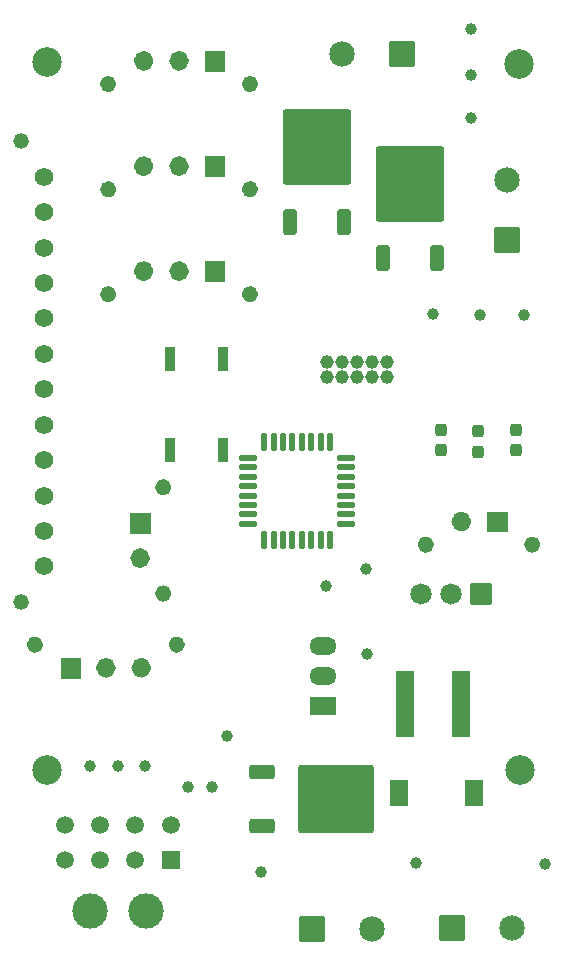
<source format=gbr>
%TF.GenerationSoftware,KiCad,Pcbnew,9.0.0*%
%TF.CreationDate,2025-03-23T00:24:25-05:00*%
%TF.ProjectId,WaterBlasterV2,57617465-7242-46c6-9173-74657256322e,rev?*%
%TF.SameCoordinates,Original*%
%TF.FileFunction,Soldermask,Top*%
%TF.FilePolarity,Negative*%
%FSLAX46Y46*%
G04 Gerber Fmt 4.6, Leading zero omitted, Abs format (unit mm)*
G04 Created by KiCad (PCBNEW 9.0.0) date 2025-03-23 00:24:25*
%MOMM*%
%LPD*%
G01*
G04 APERTURE LIST*
G04 Aperture macros list*
%AMRoundRect*
0 Rectangle with rounded corners*
0 $1 Rounding radius*
0 $2 $3 $4 $5 $6 $7 $8 $9 X,Y pos of 4 corners*
0 Add a 4 corners polygon primitive as box body*
4,1,4,$2,$3,$4,$5,$6,$7,$8,$9,$2,$3,0*
0 Add four circle primitives for the rounded corners*
1,1,$1+$1,$2,$3*
1,1,$1+$1,$4,$5*
1,1,$1+$1,$6,$7*
1,1,$1+$1,$8,$9*
0 Add four rect primitives between the rounded corners*
20,1,$1+$1,$2,$3,$4,$5,0*
20,1,$1+$1,$4,$5,$6,$7,0*
20,1,$1+$1,$6,$7,$8,$9,0*
20,1,$1+$1,$8,$9,$2,$3,0*%
G04 Aperture macros list end*
%ADD10C,0.711200*%
%ADD11C,0.836200*%
%ADD12C,0.010000*%
%ADD13C,1.168400*%
%ADD14RoundRect,0.125000X-0.625000X-0.125000X0.625000X-0.125000X0.625000X0.125000X-0.625000X0.125000X0*%
%ADD15RoundRect,0.125000X-0.125000X-0.625000X0.125000X-0.625000X0.125000X0.625000X-0.125000X0.625000X0*%
%ADD16C,1.000000*%
%ADD17C,2.500000*%
%ADD18C,2.999999*%
%ADD19R,1.520000X1.520000*%
%ADD20C,1.520000*%
%ADD21C,1.320800*%
%ADD22C,1.574800*%
%ADD23C,1.270000*%
%ADD24RoundRect,0.102000X-0.975000X-0.975000X0.975000X-0.975000X0.975000X0.975000X-0.975000X0.975000X0*%
%ADD25C,2.154000*%
%ADD26RoundRect,0.102000X0.975000X0.975000X-0.975000X0.975000X-0.975000X-0.975000X0.975000X-0.975000X0*%
%ADD27R,1.600200X5.689600*%
%ADD28RoundRect,0.102000X0.975000X-0.975000X0.975000X0.975000X-0.975000X0.975000X-0.975000X-0.975000X0*%
%ADD29RoundRect,0.250000X-0.850000X-0.350000X0.850000X-0.350000X0.850000X0.350000X-0.850000X0.350000X0*%
%ADD30RoundRect,0.249997X-2.950003X-2.650003X2.950003X-2.650003X2.950003X2.650003X-2.950003X2.650003X0*%
%ADD31R,0.863600X2.006600*%
%ADD32R,2.300000X1.500000*%
%ADD33O,2.300000X1.500000*%
%ADD34RoundRect,0.250000X0.350000X-0.850000X0.350000X0.850000X-0.350000X0.850000X-0.350000X-0.850000X0*%
%ADD35RoundRect,0.249997X2.650003X-2.950003X2.650003X2.950003X-2.650003X2.950003X-2.650003X-2.950003X0*%
%ADD36R,1.500000X2.200000*%
%ADD37C,1.809000*%
%ADD38RoundRect,0.102000X0.802500X0.802500X-0.802500X0.802500X-0.802500X-0.802500X0.802500X-0.802500X0*%
%ADD39RoundRect,0.237500X0.237500X-0.287500X0.237500X0.287500X-0.237500X0.287500X-0.237500X-0.287500X0*%
G04 APERTURE END LIST*
D10*
%TO.C,J5*%
X132055600Y-101060000D02*
G75*
G02*
X131344400Y-101060000I-355600J0D01*
G01*
X131344400Y-101060000D02*
G75*
G02*
X132055600Y-101060000I355600J0D01*
G01*
D11*
X135118100Y-99100000D02*
G75*
G02*
X134281900Y-99100000I-418100J0D01*
G01*
X134281900Y-99100000D02*
G75*
G02*
X135118100Y-99100000I418100J0D01*
G01*
D10*
X141055600Y-101060000D02*
G75*
G02*
X140344400Y-101060000I-355600J0D01*
G01*
X140344400Y-101060000D02*
G75*
G02*
X141055600Y-101060000I355600J0D01*
G01*
D12*
X138536200Y-99936200D02*
X136863800Y-99936200D01*
X136863800Y-98263800D01*
X138536200Y-98263800D01*
X138536200Y-99936200D01*
G36*
X138536200Y-99936200D02*
G01*
X136863800Y-99936200D01*
X136863800Y-98263800D01*
X138536200Y-98263800D01*
X138536200Y-99936200D01*
G37*
D10*
%TO.C,Filler*%
X109815600Y-105200000D02*
G75*
G02*
X109104400Y-105200000I-355600J0D01*
G01*
X109104400Y-105200000D02*
G75*
G02*
X109815600Y-105200000I355600J0D01*
G01*
X109815600Y-96200000D02*
G75*
G02*
X109104400Y-96200000I-355600J0D01*
G01*
X109104400Y-96200000D02*
G75*
G02*
X109815600Y-96200000I355600J0D01*
G01*
D11*
X107918100Y-102200000D02*
G75*
G02*
X107081900Y-102200000I-418100J0D01*
G01*
X107081900Y-102200000D02*
G75*
G02*
X107918100Y-102200000I418100J0D01*
G01*
D12*
X108336200Y-100036200D02*
X106663800Y-100036200D01*
X106663800Y-98363800D01*
X108336200Y-98363800D01*
X108336200Y-100036200D01*
G36*
X108336200Y-100036200D02*
G01*
X106663800Y-100036200D01*
X106663800Y-98363800D01*
X108336200Y-98363800D01*
X108336200Y-100036200D01*
G37*
D11*
%TO.C,J10*%
X108218100Y-77900000D02*
G75*
G02*
X107381900Y-77900000I-418100J0D01*
G01*
X107381900Y-77900000D02*
G75*
G02*
X108218100Y-77900000I418100J0D01*
G01*
D10*
X105155600Y-79860000D02*
G75*
G02*
X104444400Y-79860000I-355600J0D01*
G01*
X104444400Y-79860000D02*
G75*
G02*
X105155600Y-79860000I355600J0D01*
G01*
X117155600Y-79860000D02*
G75*
G02*
X116444400Y-79860000I-355600J0D01*
G01*
X116444400Y-79860000D02*
G75*
G02*
X117155600Y-79860000I355600J0D01*
G01*
D11*
X111218100Y-77900000D02*
G75*
G02*
X110381900Y-77900000I-418100J0D01*
G01*
X110381900Y-77900000D02*
G75*
G02*
X111218100Y-77900000I418100J0D01*
G01*
D12*
X114636200Y-78736200D02*
X112963800Y-78736200D01*
X112963800Y-77063800D01*
X114636200Y-77063800D01*
X114636200Y-78736200D01*
G36*
X114636200Y-78736200D02*
G01*
X112963800Y-78736200D01*
X112963800Y-77063800D01*
X114636200Y-77063800D01*
X114636200Y-78736200D01*
G37*
D11*
%TO.C,J11*%
X108218100Y-69015000D02*
G75*
G02*
X107381900Y-69015000I-418100J0D01*
G01*
X107381900Y-69015000D02*
G75*
G02*
X108218100Y-69015000I418100J0D01*
G01*
D10*
X105155600Y-70975000D02*
G75*
G02*
X104444400Y-70975000I-355600J0D01*
G01*
X104444400Y-70975000D02*
G75*
G02*
X105155600Y-70975000I355600J0D01*
G01*
X117155600Y-70975000D02*
G75*
G02*
X116444400Y-70975000I-355600J0D01*
G01*
X116444400Y-70975000D02*
G75*
G02*
X117155600Y-70975000I355600J0D01*
G01*
D11*
X111218100Y-69015000D02*
G75*
G02*
X110381900Y-69015000I-418100J0D01*
G01*
X110381900Y-69015000D02*
G75*
G02*
X111218100Y-69015000I418100J0D01*
G01*
D12*
X114636200Y-69851200D02*
X112963800Y-69851200D01*
X112963800Y-68178800D01*
X114636200Y-68178800D01*
X114636200Y-69851200D01*
G36*
X114636200Y-69851200D02*
G01*
X112963800Y-69851200D01*
X112963800Y-68178800D01*
X114636200Y-68178800D01*
X114636200Y-69851200D01*
G37*
D11*
%TO.C,PressSens*%
X108018100Y-111485000D02*
G75*
G02*
X107181900Y-111485000I-418100J0D01*
G01*
X107181900Y-111485000D02*
G75*
G02*
X108018100Y-111485000I418100J0D01*
G01*
D10*
X110955600Y-109525000D02*
G75*
G02*
X110244400Y-109525000I-355600J0D01*
G01*
X110244400Y-109525000D02*
G75*
G02*
X110955600Y-109525000I355600J0D01*
G01*
X98955600Y-109525000D02*
G75*
G02*
X98244400Y-109525000I-355600J0D01*
G01*
X98244400Y-109525000D02*
G75*
G02*
X98955600Y-109525000I355600J0D01*
G01*
D11*
X105018100Y-111485000D02*
G75*
G02*
X104181900Y-111485000I-418100J0D01*
G01*
X104181900Y-111485000D02*
G75*
G02*
X105018100Y-111485000I418100J0D01*
G01*
D12*
X102436200Y-112321200D02*
X100763800Y-112321200D01*
X100763800Y-110648800D01*
X102436200Y-110648800D01*
X102436200Y-112321200D01*
G36*
X102436200Y-112321200D02*
G01*
X100763800Y-112321200D01*
X100763800Y-110648800D01*
X102436200Y-110648800D01*
X102436200Y-112321200D01*
G37*
D11*
%TO.C,J13*%
X108218100Y-60100000D02*
G75*
G02*
X107381900Y-60100000I-418100J0D01*
G01*
X107381900Y-60100000D02*
G75*
G02*
X108218100Y-60100000I418100J0D01*
G01*
D10*
X105155600Y-62060000D02*
G75*
G02*
X104444400Y-62060000I-355600J0D01*
G01*
X104444400Y-62060000D02*
G75*
G02*
X105155600Y-62060000I355600J0D01*
G01*
X117155600Y-62060000D02*
G75*
G02*
X116444400Y-62060000I-355600J0D01*
G01*
X116444400Y-62060000D02*
G75*
G02*
X117155600Y-62060000I355600J0D01*
G01*
D11*
X111218100Y-60100000D02*
G75*
G02*
X110381900Y-60100000I-418100J0D01*
G01*
X110381900Y-60100000D02*
G75*
G02*
X111218100Y-60100000I418100J0D01*
G01*
D12*
X114636200Y-60936200D02*
X112963800Y-60936200D01*
X112963800Y-59263800D01*
X114636200Y-59263800D01*
X114636200Y-60936200D01*
G36*
X114636200Y-60936200D02*
G01*
X112963800Y-60936200D01*
X112963800Y-59263800D01*
X114636200Y-59263800D01*
X114636200Y-60936200D01*
G37*
%TD*%
D13*
%TO.C,J3*%
X123317000Y-86868000D03*
X123317000Y-85598000D03*
X124587000Y-86868000D03*
X124587000Y-85598000D03*
X125857000Y-86868000D03*
X125857000Y-85598000D03*
X127127000Y-86868000D03*
X127127000Y-85598000D03*
X128397000Y-86868000D03*
X128397000Y-85598000D03*
%TD*%
D14*
%TO.C,U2*%
X116625000Y-93700000D03*
X116625000Y-94500000D03*
X116625000Y-95300000D03*
X116625000Y-96100000D03*
X116625000Y-96900000D03*
X116625000Y-97700000D03*
X116625000Y-98500000D03*
X116625000Y-99300000D03*
D15*
X118000000Y-100675000D03*
X118800000Y-100675000D03*
X119600000Y-100675000D03*
X120400000Y-100675000D03*
X121200000Y-100675000D03*
X122000000Y-100675000D03*
X122800000Y-100675000D03*
X123600000Y-100675000D03*
D14*
X124975000Y-99300000D03*
X124975000Y-98500000D03*
X124975000Y-97700000D03*
X124975000Y-96900000D03*
X124975000Y-96100000D03*
X124975000Y-95300000D03*
X124975000Y-94500000D03*
X124975000Y-93700000D03*
D15*
X123600000Y-92325000D03*
X122800000Y-92325000D03*
X122000000Y-92325000D03*
X121200000Y-92325000D03*
X120400000Y-92325000D03*
X119600000Y-92325000D03*
X118800000Y-92325000D03*
X118000000Y-92325000D03*
%TD*%
D16*
%TO.C,12V*%
X117700000Y-128800000D03*
%TD*%
%TO.C,GND*%
X123200000Y-104600000D03*
%TD*%
%TO.C,P+*%
X141800000Y-128100000D03*
%TD*%
%TO.C,P-*%
X130900000Y-128000000D03*
%TD*%
D17*
%TO.C,H1*%
X99600000Y-60200000D03*
%TD*%
%TO.C,H2*%
X139573000Y-60325000D03*
%TD*%
%TO.C,H3*%
X99600000Y-120100000D03*
%TD*%
%TO.C,H4*%
X139700000Y-120142000D03*
%TD*%
D18*
%TO.C,J2*%
X103269004Y-132081999D03*
X107968994Y-132081999D03*
D19*
X110109000Y-127762000D03*
D20*
X107109001Y-127762000D03*
X104109002Y-127762000D03*
X101109003Y-127762000D03*
X110109000Y-124762001D03*
X107109001Y-124762001D03*
X104109002Y-124762001D03*
X101109003Y-124762001D03*
%TD*%
D21*
%TO.C,J4*%
X97439999Y-105899999D03*
X97439999Y-66900001D03*
D22*
X99400000Y-69900005D03*
X99400000Y-72900004D03*
X99400000Y-75900003D03*
X99400000Y-78900002D03*
X99400000Y-81900001D03*
X99400000Y-84900000D03*
X99400000Y-87900000D03*
X99400000Y-90899999D03*
X99400000Y-93899998D03*
X99400000Y-96899997D03*
X99400000Y-99899996D03*
X99400000Y-102899995D03*
%TD*%
D23*
%TO.C,J5*%
X131700000Y-101060000D03*
X140700000Y-101060000D03*
%TD*%
%TO.C,Filler*%
X109460000Y-105200000D03*
X109460000Y-96200000D03*
%TD*%
%TO.C,J10*%
X104800000Y-79860000D03*
X116800000Y-79860000D03*
%TD*%
%TO.C,J11*%
X104800000Y-70975000D03*
X116800000Y-70975000D03*
%TD*%
%TO.C,PressSens*%
X110600000Y-109525000D03*
X98600000Y-109525000D03*
%TD*%
%TO.C,J13*%
X104800000Y-62060000D03*
X116800000Y-62060000D03*
%TD*%
D24*
%TO.C,J1*%
X122020000Y-133625000D03*
D25*
X127100000Y-133625000D03*
%TD*%
%TO.C,J14*%
X124620000Y-59475000D03*
D26*
X129700000Y-59475000D03*
%TD*%
D27*
%TO.C,L2*%
X134631600Y-114540000D03*
X129932600Y-114540000D03*
%TD*%
D28*
%TO.C,J9*%
X138600000Y-75280000D03*
D25*
X138600000Y-70200000D03*
%TD*%
D24*
%TO.C,J7*%
X133872500Y-133525000D03*
D25*
X138952500Y-133525000D03*
%TD*%
D29*
%TO.C,Q1*%
X117800000Y-124900000D03*
D30*
X124100000Y-122620000D03*
D29*
X117800000Y-120340000D03*
%TD*%
D31*
%TO.C,SW1*%
X114518001Y-85305900D03*
X114518001Y-93002100D03*
X110017999Y-85305900D03*
X110017999Y-93002100D03*
%TD*%
D32*
%TO.C,U1*%
X123007500Y-114747000D03*
D33*
X123007500Y-112207000D03*
X123007500Y-109667000D03*
%TD*%
D34*
%TO.C,Q3*%
X128040000Y-76800000D03*
D35*
X130320000Y-70500000D03*
D34*
X132600000Y-76800000D03*
%TD*%
D36*
%TO.C,L1*%
X135810000Y-122060000D03*
X129410000Y-122060000D03*
%TD*%
D34*
%TO.C,Q2*%
X120220000Y-73700000D03*
D35*
X122500000Y-67400000D03*
D34*
X124780000Y-73700000D03*
%TD*%
D16*
%TO.C,TP1*%
X126750000Y-110300000D03*
%TD*%
D37*
%TO.C,PS1*%
X131317500Y-105195000D03*
X133857500Y-105195000D03*
D38*
X136397500Y-105195000D03*
%TD*%
D39*
%TO.C,D2*%
X136144000Y-93204000D03*
X136144000Y-91454000D03*
%TD*%
%TO.C,D3*%
X132969000Y-93077000D03*
X132969000Y-91327000D03*
%TD*%
%TO.C,D1*%
X139319000Y-93077000D03*
X139319000Y-91327000D03*
%TD*%
D16*
%TO.C,SVC*%
X135500000Y-64900000D03*
%TD*%
%TO.C,SDO*%
X105600000Y-119800000D03*
%TD*%
%TO.C,SDI*%
X107900000Y-119800000D03*
%TD*%
%TO.C,CLK*%
X103300000Y-119800000D03*
%TD*%
%TO.C,~{CS}*%
X111600000Y-121600000D03*
%TD*%
%TO.C,~{RST}*%
X113600000Y-121600000D03*
%TD*%
%TO.C,LEDC*%
X132300000Y-81500000D03*
%TD*%
%TO.C,LED-*%
X136300000Y-81600000D03*
%TD*%
%TO.C,LED+*%
X140000000Y-81600000D03*
%TD*%
%TO.C,PC*%
X114900000Y-117300000D03*
%TD*%
%TO.C,3v3*%
X126600000Y-103100000D03*
%TD*%
%TO.C,SV+*%
X135500000Y-61300000D03*
%TD*%
%TO.C,SV-*%
X135500000Y-57400000D03*
%TD*%
M02*

</source>
